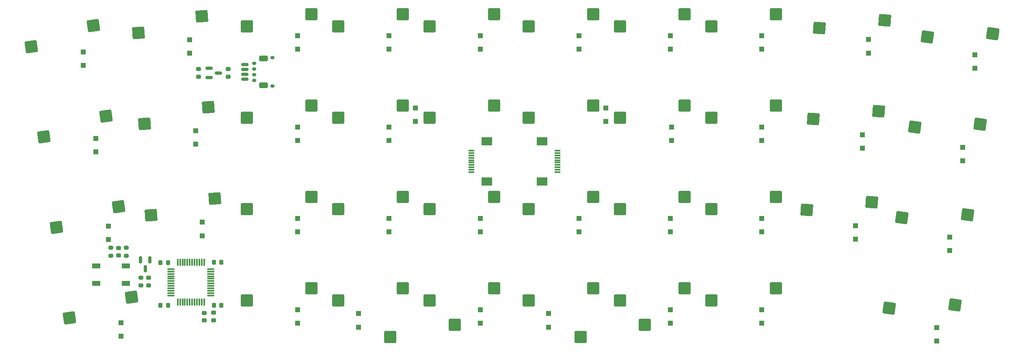
<source format=gbr>
%TF.GenerationSoftware,KiCad,Pcbnew,(7.0.0)*%
%TF.CreationDate,2024-02-16T21:37:32+01:00*%
%TF.ProjectId,tinyv pcb FFC,74696e79-7620-4706-9362-204646432e6b,rev?*%
%TF.SameCoordinates,Original*%
%TF.FileFunction,Paste,Bot*%
%TF.FilePolarity,Positive*%
%FSLAX46Y46*%
G04 Gerber Fmt 4.6, Leading zero omitted, Abs format (unit mm)*
G04 Created by KiCad (PCBNEW (7.0.0)) date 2024-02-16 21:37:32*
%MOMM*%
%LPD*%
G01*
G04 APERTURE LIST*
G04 Aperture macros list*
%AMRoundRect*
0 Rectangle with rounded corners*
0 $1 Rounding radius*
0 $2 $3 $4 $5 $6 $7 $8 $9 X,Y pos of 4 corners*
0 Add a 4 corners polygon primitive as box body*
4,1,4,$2,$3,$4,$5,$6,$7,$8,$9,$2,$3,0*
0 Add four circle primitives for the rounded corners*
1,1,$1+$1,$2,$3*
1,1,$1+$1,$4,$5*
1,1,$1+$1,$6,$7*
1,1,$1+$1,$8,$9*
0 Add four rect primitives between the rounded corners*
20,1,$1+$1,$2,$3,$4,$5,0*
20,1,$1+$1,$4,$5,$6,$7,0*
20,1,$1+$1,$6,$7,$8,$9,0*
20,1,$1+$1,$8,$9,$2,$3,0*%
G04 Aperture macros list end*
%ADD10RoundRect,0.250000X1.025000X1.000000X-1.025000X1.000000X-1.025000X-1.000000X1.025000X-1.000000X0*%
%ADD11RoundRect,0.250000X0.300000X-0.300000X0.300000X0.300000X-0.300000X0.300000X-0.300000X-0.300000X0*%
%ADD12RoundRect,0.250000X0.952747X1.069064X-1.092260X0.926064X-0.952747X-1.069064X1.092260X-0.926064X0*%
%ADD13R,1.800000X1.100000*%
%ADD14RoundRect,0.250000X1.154198X0.847616X-0.875852X1.132920X-1.154198X-0.847616X0.875852X-1.132920X0*%
%ADD15R,1.300000X0.300000*%
%ADD16R,2.200000X1.800000*%
%ADD17RoundRect,0.250000X0.875852X1.132920X-1.154198X0.847616X-0.875852X-1.132920X1.154198X-0.847616X0*%
%ADD18RoundRect,0.150000X-0.150000X0.587500X-0.150000X-0.587500X0.150000X-0.587500X0.150000X0.587500X0*%
%ADD19RoundRect,0.225000X-0.225000X-0.250000X0.225000X-0.250000X0.225000X0.250000X-0.225000X0.250000X0*%
%ADD20RoundRect,0.225000X-0.250000X0.225000X-0.250000X-0.225000X0.250000X-0.225000X0.250000X0.225000X0*%
%ADD21RoundRect,0.250000X-1.025000X-1.000000X1.025000X-1.000000X1.025000X1.000000X-1.025000X1.000000X0*%
%ADD22RoundRect,0.250000X1.092260X0.926064X-0.952747X1.069064X-1.092260X-0.926064X0.952747X-1.069064X0*%
%ADD23RoundRect,0.225000X0.250000X-0.225000X0.250000X0.225000X-0.250000X0.225000X-0.250000X-0.225000X0*%
%ADD24RoundRect,0.150000X-0.625000X0.150000X-0.625000X-0.150000X0.625000X-0.150000X0.625000X0.150000X0*%
%ADD25RoundRect,0.250000X-0.650000X0.350000X-0.650000X-0.350000X0.650000X-0.350000X0.650000X0.350000X0*%
%ADD26RoundRect,0.200000X0.275000X-0.200000X0.275000X0.200000X-0.275000X0.200000X-0.275000X-0.200000X0*%
%ADD27RoundRect,0.150000X-0.275000X0.150000X-0.275000X-0.150000X0.275000X-0.150000X0.275000X0.150000X0*%
%ADD28RoundRect,0.175000X-0.225000X0.175000X-0.225000X-0.175000X0.225000X-0.175000X0.225000X0.175000X0*%
%ADD29RoundRect,0.150000X-0.587500X-0.150000X0.587500X-0.150000X0.587500X0.150000X-0.587500X0.150000X0*%
%ADD30RoundRect,0.075000X0.075000X-0.662500X0.075000X0.662500X-0.075000X0.662500X-0.075000X-0.662500X0*%
%ADD31RoundRect,0.075000X0.662500X-0.075000X0.662500X0.075000X-0.662500X0.075000X-0.662500X-0.075000X0*%
%ADD32RoundRect,0.225000X0.225000X0.250000X-0.225000X0.250000X-0.225000X-0.250000X0.225000X-0.250000X0*%
G04 APERTURE END LIST*
D10*
%TO.C,MX4*%
X116465000Y-28416250D03*
X129915000Y-25876250D03*
%TD*%
D11*
%TO.C,D21*%
X68505464Y-72837500D03*
X68505464Y-70037500D03*
%TD*%
%TO.C,D34*%
X120650000Y-91093750D03*
X120650000Y-88293750D03*
%TD*%
D10*
%TO.C,MX23*%
X97415000Y-66516250D03*
X110865000Y-63976250D03*
%TD*%
D11*
%TO.C,D8*%
X204787500Y-33150000D03*
X204787500Y-30350000D03*
%TD*%
D12*
%TO.C,MX12*%
X76086150Y-48724082D03*
X89326205Y-45252045D03*
%TD*%
D11*
%TO.C,D33*%
X107950000Y-90300000D03*
X107950000Y-87500000D03*
%TD*%
%TO.C,D23*%
X107950000Y-71250000D03*
X107950000Y-68450000D03*
%TD*%
D10*
%TO.C,MX34*%
X116465000Y-85566250D03*
X129915000Y-83026250D03*
%TD*%
D11*
%TO.C,D2*%
X85421634Y-33998148D03*
X85421634Y-31198148D03*
%TD*%
D10*
%TO.C,MX8*%
X194252500Y-28416250D03*
X207702500Y-25876250D03*
%TD*%
D13*
%TO.C,SW1*%
X72156249Y-78318749D03*
X65956249Y-78318749D03*
X72156249Y-82018749D03*
X65956249Y-82018749D03*
%TD*%
D14*
%TO.C,MX40*%
X231343315Y-87147260D03*
X245015920Y-86503857D03*
%TD*%
D15*
%TO.C,J7*%
X162187499Y-58793749D03*
X162187499Y-58293749D03*
X162187499Y-57793749D03*
X162187499Y-57293749D03*
X162187499Y-56793749D03*
X162187499Y-56293749D03*
X162187499Y-55793749D03*
X162187499Y-55293749D03*
X162187499Y-54793749D03*
X162187499Y-54293749D03*
D16*
X158937499Y-60693749D03*
X158937499Y-52393749D03*
%TD*%
D11*
%TO.C,D28*%
X204787500Y-71250000D03*
X204787500Y-68450000D03*
%TD*%
D10*
%TO.C,MX15*%
X135515000Y-47466250D03*
X148965000Y-44926250D03*
%TD*%
%TO.C,MX27*%
X175202500Y-66516250D03*
X188652500Y-63976250D03*
%TD*%
D17*
%TO.C,MX1*%
X52402783Y-32602903D03*
X65368389Y-28215744D03*
%TD*%
D18*
%TO.C,Q1*%
X75250000Y-77035314D03*
X77150000Y-77035314D03*
X76200000Y-78910314D03*
%TD*%
D10*
%TO.C,MX17*%
X175202500Y-47466250D03*
X188652500Y-44926250D03*
%TD*%
%TO.C,MX14*%
X116465000Y-47466250D03*
X129915000Y-44926250D03*
%TD*%
D12*
%TO.C,MX22*%
X77436916Y-67742376D03*
X90676971Y-64270339D03*
%TD*%
D19*
%TO.C,C4*%
X90506250Y-86518750D03*
X92056250Y-86518750D03*
%TD*%
D10*
%TO.C,MX3*%
X97415000Y-28416250D03*
X110865000Y-25876250D03*
%TD*%
D20*
%TO.C,C11*%
X90487500Y-88125000D03*
X90487500Y-89675000D03*
%TD*%
D11*
%TO.C,D10*%
X249237500Y-37118750D03*
X249237500Y-34318750D03*
%TD*%
%TO.C,D6*%
X166687500Y-33150000D03*
X166687500Y-30350000D03*
%TD*%
D10*
%TO.C,MX28*%
X194252500Y-66516250D03*
X207702500Y-63976250D03*
%TD*%
D11*
%TO.C,D20*%
X246617400Y-56391910D03*
X246617400Y-53591910D03*
%TD*%
%TO.C,D1*%
X63235561Y-36559733D03*
X63235561Y-33759733D03*
%TD*%
D21*
%TO.C,MX39*%
X180397500Y-90646250D03*
X166947500Y-93186250D03*
%TD*%
D11*
%TO.C,D30*%
X243980283Y-75125302D03*
X243980283Y-72325302D03*
%TD*%
%TO.C,D12*%
X86706202Y-52918434D03*
X86706202Y-50118434D03*
%TD*%
%TO.C,D4*%
X127000000Y-33150000D03*
X127000000Y-30350000D03*
%TD*%
D14*
%TO.C,MX30*%
X233982547Y-68284156D03*
X247655152Y-67640753D03*
%TD*%
D11*
%TO.C,D22*%
X88106250Y-72043750D03*
X88106250Y-69243750D03*
%TD*%
%TO.C,D16*%
X172243750Y-48231250D03*
X172243750Y-45431250D03*
%TD*%
%TO.C,D37*%
X185737500Y-90300000D03*
X185737500Y-87500000D03*
%TD*%
D22*
%TO.C,MX29*%
X214136727Y-66690642D03*
X227731145Y-65095054D03*
%TD*%
D23*
%TO.C,C8*%
X76914812Y-82369880D03*
X76914812Y-80819880D03*
%TD*%
D15*
%TO.C,J4*%
X144199999Y-54293749D03*
X144199999Y-54793749D03*
X144199999Y-55293749D03*
X144199999Y-55793749D03*
X144199999Y-56293749D03*
X144199999Y-56793749D03*
X144199999Y-57293749D03*
X144199999Y-57793749D03*
X144199999Y-58293749D03*
X144199999Y-58793749D03*
D16*
X147449999Y-52393749D03*
X147449999Y-60693749D03*
%TD*%
D11*
%TO.C,D38*%
X204787500Y-90300000D03*
X204787500Y-87500000D03*
%TD*%
D24*
%TO.C,J1*%
X96960197Y-36387500D03*
X96960197Y-37387500D03*
X96960197Y-38387500D03*
X96960197Y-39387500D03*
D25*
X100835197Y-35087500D03*
X100835197Y-40687500D03*
%TD*%
D10*
%TO.C,MX35*%
X135515000Y-85566250D03*
X148965000Y-83026250D03*
%TD*%
D11*
%TO.C,D17*%
X185991623Y-52200000D03*
X185991623Y-49400000D03*
%TD*%
D14*
%TO.C,MX20*%
X236646699Y-49421051D03*
X250319304Y-48777648D03*
%TD*%
D10*
%TO.C,MX24*%
X116465000Y-66516250D03*
X129915000Y-63976250D03*
%TD*%
%TO.C,MX26*%
X156152500Y-66516250D03*
X169602500Y-63976250D03*
%TD*%
D26*
%TO.C,R1*%
X75327312Y-82419880D03*
X75327312Y-80769880D03*
%TD*%
D23*
%TO.C,C2*%
X87312500Y-38875000D03*
X87312500Y-37325000D03*
%TD*%
D11*
%TO.C,D27*%
X185737500Y-71250000D03*
X185737500Y-68450000D03*
%TD*%
D20*
%TO.C,C10*%
X88488170Y-88146119D03*
X88488170Y-89696119D03*
%TD*%
D11*
%TO.C,D19*%
X225736492Y-53787499D03*
X225736492Y-50987499D03*
%TD*%
D19*
%TO.C,C3*%
X90524091Y-77609086D03*
X92074091Y-77609086D03*
%TD*%
D11*
%TO.C,D40*%
X241271408Y-93997194D03*
X241271408Y-91197194D03*
%TD*%
D10*
%TO.C,MX5*%
X135515000Y-28416250D03*
X148965000Y-25876250D03*
%TD*%
%TO.C,MX37*%
X175202500Y-85566250D03*
X188652500Y-83026250D03*
%TD*%
D11*
%TO.C,D3*%
X107950000Y-33150000D03*
X107950000Y-30350000D03*
%TD*%
D10*
%TO.C,MX7*%
X175202500Y-28416250D03*
X188652500Y-25876250D03*
%TD*%
D11*
%TO.C,D24*%
X127000000Y-71250000D03*
X127000000Y-68450000D03*
%TD*%
%TO.C,D29*%
X224322872Y-72762184D03*
X224322872Y-69962184D03*
%TD*%
%TO.C,D15*%
X132556250Y-48231250D03*
X132556250Y-45431250D03*
%TD*%
D27*
%TO.C,J2*%
X98931250Y-36087500D03*
X98931250Y-37287500D03*
X98931250Y-38487500D03*
X98931250Y-39687500D03*
D28*
X102706250Y-34937500D03*
X102706250Y-40837500D03*
%TD*%
D26*
%TO.C,R2*%
X69056250Y-76212500D03*
X69056250Y-74562500D03*
%TD*%
D29*
%TO.C,U2*%
X89550000Y-39050000D03*
X89550000Y-37150000D03*
X91425000Y-38100000D03*
%TD*%
D26*
%TO.C,R3*%
X72231250Y-76212500D03*
X72231250Y-74562500D03*
%TD*%
D12*
%TO.C,MX2*%
X74750403Y-29729594D03*
X87990458Y-26257557D03*
%TD*%
D11*
%TO.C,D36*%
X160337500Y-91093750D03*
X160337500Y-88293750D03*
%TD*%
D17*
%TO.C,MX21*%
X57697379Y-70340127D03*
X70662985Y-65952968D03*
%TD*%
D11*
%TO.C,D7*%
X185737500Y-33150000D03*
X185737500Y-30350000D03*
%TD*%
%TO.C,D5*%
X146050000Y-33150000D03*
X146050000Y-30350000D03*
%TD*%
D30*
%TO.C,U1*%
X88475000Y-85918750D03*
X87975000Y-85918750D03*
X87475000Y-85918750D03*
X86975000Y-85918750D03*
X86475000Y-85918750D03*
X85975000Y-85918750D03*
X85475000Y-85918750D03*
X84975000Y-85918750D03*
X84475000Y-85918750D03*
X83975000Y-85918750D03*
X83475000Y-85918750D03*
X82975000Y-85918750D03*
D31*
X81562500Y-84506250D03*
X81562500Y-84006250D03*
X81562500Y-83506250D03*
X81562500Y-83006250D03*
X81562500Y-82506250D03*
X81562500Y-82006250D03*
X81562500Y-81506250D03*
X81562500Y-81006250D03*
X81562500Y-80506250D03*
X81562500Y-80006250D03*
X81562500Y-79506250D03*
X81562500Y-79006250D03*
D30*
X82975000Y-77593750D03*
X83475000Y-77593750D03*
X83975000Y-77593750D03*
X84475000Y-77593750D03*
X84975000Y-77593750D03*
X85475000Y-77593750D03*
X85975000Y-77593750D03*
X86475000Y-77593750D03*
X86975000Y-77593750D03*
X87475000Y-77593750D03*
X87975000Y-77593750D03*
X88475000Y-77593750D03*
D31*
X89887500Y-79006250D03*
X89887500Y-79506250D03*
X89887500Y-80006250D03*
X89887500Y-80506250D03*
X89887500Y-81006250D03*
X89887500Y-81506250D03*
X89887500Y-82006250D03*
X89887500Y-82506250D03*
X89887500Y-83006250D03*
X89887500Y-83506250D03*
X89887500Y-84006250D03*
X89887500Y-84506250D03*
%TD*%
D10*
%TO.C,MX33*%
X97415000Y-85566250D03*
X110865000Y-83026250D03*
%TD*%
D11*
%TO.C,D25*%
X146050000Y-71250000D03*
X146050000Y-68450000D03*
%TD*%
D10*
%TO.C,MX38*%
X194252500Y-85566250D03*
X207702500Y-83026250D03*
%TD*%
D14*
%TO.C,MX10*%
X239280828Y-30563306D03*
X252953433Y-29919903D03*
%TD*%
D11*
%TO.C,D14*%
X127000000Y-52200000D03*
X127000000Y-49400000D03*
%TD*%
D10*
%TO.C,MX18*%
X194252500Y-47466250D03*
X207702500Y-44926250D03*
%TD*%
D11*
%TO.C,D9*%
X227012500Y-33943750D03*
X227012500Y-31143750D03*
%TD*%
D32*
%TO.C,C9*%
X80943750Y-77658211D03*
X79393750Y-77658211D03*
%TD*%
D21*
%TO.C,MX32*%
X140710000Y-90646250D03*
X127260000Y-93186250D03*
%TD*%
D17*
%TO.C,MX31*%
X60368874Y-89210906D03*
X73334480Y-84823747D03*
%TD*%
D11*
%TO.C,D35*%
X146050000Y-90300000D03*
X146050000Y-87500000D03*
%TD*%
%TO.C,D31*%
X71138466Y-92960479D03*
X71138466Y-90160479D03*
%TD*%
D10*
%TO.C,MX36*%
X156152500Y-85566250D03*
X169602500Y-83026250D03*
%TD*%
D17*
%TO.C,MX11*%
X55076836Y-51457220D03*
X68042442Y-47070061D03*
%TD*%
D10*
%TO.C,MX16*%
X156152500Y-47466250D03*
X169602500Y-44926250D03*
%TD*%
D23*
%TO.C,C7*%
X70643750Y-76162500D03*
X70643750Y-74612500D03*
%TD*%
D11*
%TO.C,D11*%
X65881250Y-54581250D03*
X65881250Y-51781250D03*
%TD*%
D10*
%TO.C,MX25*%
X135515000Y-66516250D03*
X148965000Y-63976250D03*
%TD*%
D22*
%TO.C,MX9*%
X216772287Y-28715239D03*
X230366705Y-27119651D03*
%TD*%
D11*
%TO.C,D18*%
X204787500Y-52200000D03*
X204787500Y-49400000D03*
%TD*%
%TO.C,D13*%
X107950000Y-52200000D03*
X107950000Y-49400000D03*
%TD*%
%TO.C,D26*%
X166687500Y-71250000D03*
X166687500Y-68450000D03*
%TD*%
D32*
%TO.C,C5*%
X80943750Y-86518750D03*
X79393750Y-86518750D03*
%TD*%
D22*
%TO.C,MX19*%
X215496280Y-47719072D03*
X229090698Y-46123484D03*
%TD*%
D10*
%TO.C,MX13*%
X97415000Y-47466250D03*
X110865000Y-44926250D03*
%TD*%
D23*
%TO.C,C1*%
X93518750Y-38875000D03*
X93518750Y-37325000D03*
%TD*%
D10*
%TO.C,MX6*%
X156152500Y-28416250D03*
X169602500Y-25876250D03*
%TD*%
M02*

</source>
